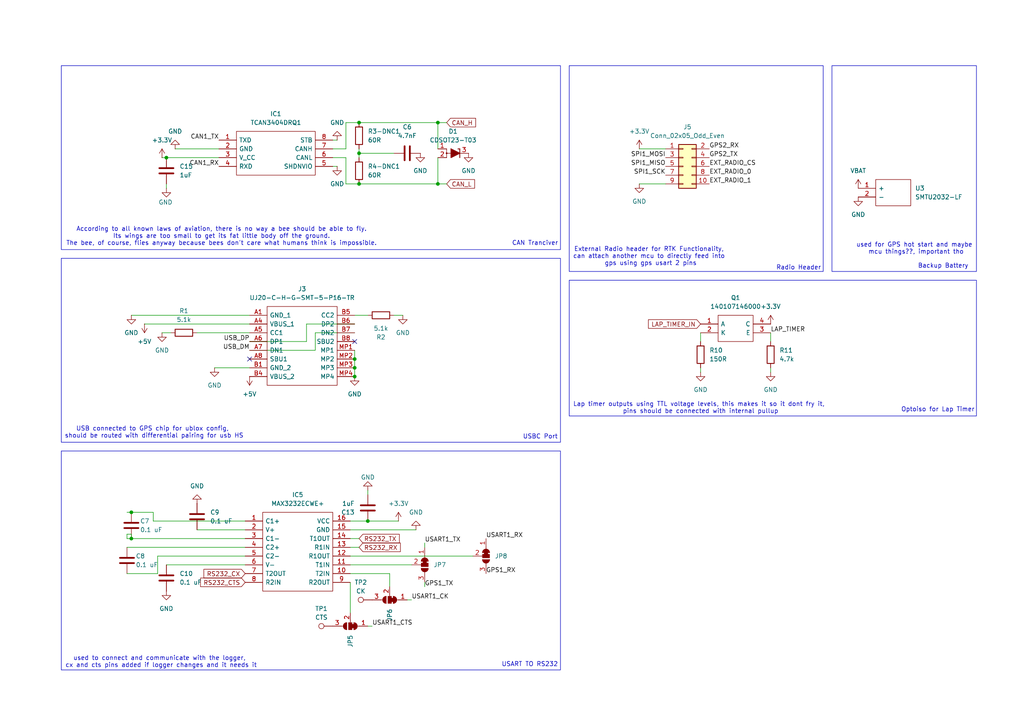
<source format=kicad_sch>
(kicad_sch (version 20250114) (generator "eeschema") (generator_version "9.0")
  (paper "A4")
  (title_block (title "EXT Pheripheral chips + LDO") (rev "1.0") (company "Sheet - Alex. L") (comment 1 "GPS Team 25-26 Annabel Owen, Arthur Braga, Lewis Grout, Alex Loshkarjov"))
  (lib_symbols
    (symbol "140107146000:140107146000" (pin_names (offset 0.762))
      (property "Reference" "Q" (at 16.51 7.62 0))
      (property "Value" "140107146000" (at 16.51 5.08 0))
      (symbol "140107146000_0_0"
        (pin passive line (at 0 0 0) (length 5.08) (name "A") (number "1"))
        (pin passive line (at 0 -2.54 0) (length 5.08) (name "K") (number "2"))
        (pin passive line (at 20.32 0 180) (length 5.08) (name "C") (number "4"))
        (pin passive line (at 20.32 -2.54 180) (length 5.08) (name "E") (number "3"))
      )
      (symbol "140107146000_0_1"
        (polyline (pts (xy 5.08 2.54) (xy 15.24 2.54) (xy 15.24 -5.08) (xy 5.08 -5.08) (xy 5.08 2.54)) (stroke (width 0.1524)))
      )
    )
    (symbol "Connector:TestPoint" (pin_numbers (hide yes)) (pin_names (offset 0.762) (hide yes))
      (property "Reference" "TP" (at 0 6.858 0))
      (property "Value" "TestPoint" (at 0 5.08 0))
      (symbol "TestPoint_0_1"
        (circle (center 0 3.302) (radius 0.762))
      )
      (symbol "TestPoint_1_1"
        (pin passive line (at 0 0 90) (length 2.54) (name "1") (number "1"))
      )
    )
    (symbol "Connector_Generic:Conn_02x05_Odd_Even" (pin_names (offset 1.016) (hide yes))
      (property "Reference" "J" (at 1.27 7.62 0))
      (property "Value" "Conn_02x05_Odd_Even" (at 1.27 -7.62 0))
      (symbol "Conn_02x05_Odd_Even_1_1"
        (rectangle (start -1.27 6.35) (end 3.81 -6.35) (stroke (width 0.254)) (fill (type background)))
        (rectangle (start -1.27 5.207) (end 0 4.953) (stroke (width 0.1524)))
        (rectangle (start -1.27 2.667) (end 0 2.413) (stroke (width 0.1524)))
        (rectangle (start -1.27 0.127) (end 0 -0.127) (stroke (width 0.1524)))
        (rectangle (start -1.27 -2.413) (end 0 -2.667) (stroke (width 0.1524)))
        (rectangle (start -1.27 -4.953) (end 0 -5.207) (stroke (width 0.1524)))
        (rectangle (start 3.81 5.207) (end 2.54 4.953) (stroke (width 0.1524)))
        (rectangle (start 3.81 2.667) (end 2.54 2.413) (stroke (width 0.1524)))
        (rectangle (start 3.81 0.127) (end 2.54 -0.127) (stroke (width 0.1524)))
        (rectangle (start 3.81 -2.413) (end 2.54 -2.667) (stroke (width 0.1524)))
        (rectangle (start 3.81 -4.953) (end 2.54 -5.207) (stroke (width 0.1524)))
        (pin passive line (at -5.08 5.08 0) (length 3.81) (name "Pin_1") (number "1"))
        (pin passive line (at -5.08 2.54 0) (length 3.81) (name "Pin_3") (number "3"))
        (pin passive line (at -5.08 0 0) (length 3.81) (name "Pin_5") (number "5"))
        (pin passive line (at -5.08 -2.54 0) (length 3.81) (name "Pin_7") (number "7"))
        (pin passive line (at -5.08 -5.08 0) (length 3.81) (name "Pin_9") (number "9"))
        (pin passive line (at 7.62 5.08 180) (length 3.81) (name "Pin_2") (number "2"))
        (pin passive line (at 7.62 2.54 180) (length 3.81) (name "Pin_4") (number "4"))
        (pin passive line (at 7.62 0 180) (length 3.81) (name "Pin_6") (number "6"))
        (pin passive line (at 7.62 -2.54 180) (length 3.81) (name "Pin_8") (number "8"))
        (pin passive line (at 7.62 -5.08 180) (length 3.81) (name "Pin_10") (number "10"))
      )
    )
    (symbol "Device:R" (pin_numbers (hide yes)) (pin_names (offset 0))
      (property "Reference" "R" (at 2.032 0 90))
      (property "Value" "R" (at 0 0 90))
      (symbol "R_0_1"
        (rectangle (start -1.016 -2.54) (end 1.016 2.54) (stroke (width 0.254)))
      )
      (symbol "R_1_1"
        (pin passive line (at 0 3.81 270) (length 1.27) (name "~") (number "1"))
        (pin passive line (at 0 -3.81 90) (length 1.27) (name "~") (number "2"))
      )
    )
    (symbol "Jumper:SolderJumper_3_Bridged12" (pin_names (offset 0) (hide yes)) (in_bom no)
      (property "Reference" "JP" (at -2.54 -2.54 0))
      (property "Value" "SolderJumper_3_Bridged12" (at 0 2.794 0))
      (symbol "SolderJumper_3_Bridged12_0_1"
        (polyline (pts (xy -2.54 0) (xy -2.032 0)))
        (polyline (pts (xy -1.016 1.016) (xy -1.016 -1.016)))
        (rectangle (start -1.016 0.508) (end -0.508 -0.508) (fill (type outline)))
        (arc (start -1.016 -1.016) (mid -2.0276 0) (end -1.016 1.016))
        (arc (start -1.016 -1.016) (mid -2.0276 0) (end -1.016 1.016) (fill (type outline)))
        (rectangle (start -0.508 1.016) (end 0.508 -1.016) (fill (type outline)))
        (polyline (pts (xy 0 -1.27) (xy 0 -1.016)))
        (arc (start 1.016 1.016) (mid 2.0276 0) (end 1.016 -1.016))
        (arc (start 1.016 1.016) (mid 2.0276 0) (end 1.016 -1.016) (fill (type outline)))
        (polyline (pts (xy 1.016 1.016) (xy 1.016 -1.016)))
        (polyline (pts (xy 2.54 0) (xy 2.032 0)))
      )
      (symbol "SolderJumper_3_Bridged12_1_1"
        (pin passive line (at -5.08 0 0) (length 2.54) (name "A") (number "1"))
        (pin passive line (at 0 -3.81 90) (length 2.54) (name "C") (number "2"))
        (pin passive line (at 5.08 0 180) (length 2.54) (name "B") (number "3"))
      )
    )
    (symbol "MAX3232ECWE+:MAX3232ECWE+" (pin_names (offset 0.762))
      (property "Reference" "IC" (at 26.67 7.62 0))
      (property "Value" "MAX3232ECWE+" (at 26.67 5.08 0))
      (symbol "MAX3232ECWE+_0_0"
        (pin passive line (at 0 0 0) (length 5.08) (name "C1+") (number "1"))
        (pin passive line (at 0 -2.54 0) (length 5.08) (name "V+") (number "2"))
        (pin passive line (at 0 -5.08 0) (length 5.08) (name "C1-") (number "3"))
        (pin passive line (at 0 -7.62 0) (length 5.08) (name "C2+") (number "4"))
        (pin passive line (at 0 -10.16 0) (length 5.08) (name "C2-") (number "5"))
        (pin passive line (at 0 -12.7 0) (length 5.08) (name "V-") (number "6"))
        (pin passive line (at 0 -15.24 0) (length 5.08) (name "T2OUT") (number "7"))
        (pin passive line (at 0 -17.78 0) (length 5.08) (name "R2IN") (number "8"))
        (pin passive line (at 30.48 0 180) (length 5.08) (name "VCC") (number "16"))
        (pin passive line (at 30.48 -2.54 180) (length 5.08) (name "GND") (number "15"))
        (pin passive line (at 30.48 -5.08 180) (length 5.08) (name "T1OUT") (number "14"))
        (pin passive line (at 30.48 -7.62 180) (length 5.08) (name "R1IN") (number "13"))
        (pin passive line (at 30.48 -10.16 180) (length 5.08) (name "R1OUT") (number "12"))
        (pin passive line (at 30.48 -12.7 180) (length 5.08) (name "T1IN") (number "11"))
        (pin passive line (at 30.48 -15.24 180) (length 5.08) (name "T2IN") (number "10"))
        (pin passive line (at 30.48 -17.78 180) (length 5.08) (name "R2OUT") (number "9"))
      )
      (symbol "MAX3232ECWE+_0_1"
        (polyline (pts (xy 5.08 2.54) (xy 25.4 2.54) (xy 25.4 -20.32) (xy 5.08 -20.32) (xy 5.08 2.54)) (stroke (width 0.1524)))
      )
    )
    (symbol "PCM_Capacitor_US_AKL:C_Generic" (pin_numbers (hide yes)) (pin_names (offset 0.254))
      (property "Reference" "C" (at 3.175 1.27 0))
      (property "Value" "C_Generic" (at 3.175 -1.27 0))
      (symbol "C_Generic_0_1"
        (polyline (pts (xy -2.032 0.762) (xy 2.032 0.762)) (stroke (width 0.508)))
        (polyline (pts (xy -2.032 -0.762) (xy 2.032 -0.762)) (stroke (width 0.508)))
      )
      (symbol "C_Generic_0_2"
        (polyline (pts (xy -2.54 -2.54) (xy -0.381 -0.381)))
        (polyline (pts (xy -0.508 -0.508) (xy -1.651 0.635)) (stroke (width 0.508)))
        (polyline (pts (xy -0.508 -0.508) (xy 0.635 -1.651)) (stroke (width 0.508)))
        (polyline (pts (xy 0.381 0.381) (xy 2.54 2.54)))
        (polyline (pts (xy 0.508 0.508) (xy -0.635 1.651)) (stroke (width 0.508)))
        (polyline (pts (xy 0.508 0.508) (xy 1.651 -0.635)) (stroke (width 0.508)))
      )
      (symbol "C_Generic_1_1"
        (pin passive line (at 0 3.81 270) (length 2.794) (name "~") (number "1"))
        (pin passive line (at 0 -3.81 90) (length 2.794) (name "~") (number "2"))
      )
      (symbol "C_Generic_1_2"
        (pin passive line (at -2.54 -2.54 90) (length 0) (name "~") (number "2"))
        (pin passive line (at 2.54 2.54 270) (length 0) (name "~") (number "1"))
      )
    )
    (symbol "PCM_Diode_TVS_AKL:CDSOT23-T03" (pin_names (offset 1.016) (hide yes))
      (property "Reference" "D" (at 0 6.35 0))
      (property "Value" "CDSOT23-T03" (at 0 3.81 0))
      (symbol "CDSOT23-T03_0_1"
        (circle (center -2.54 0) (radius 0.1778) (fill (type outline)))
        (polyline (pts (xy -2.54 -1.27) (xy -2.54 1.27)))
        (polyline (pts (xy -1.27 1.27) (xy -1.27 -1.27) (xy 1.27 0) (xy -1.27 1.27)) (stroke (width 0.254)) (fill (type outline)))
        (polyline (pts (xy -1.27 0) (xy -2.54 0)))
        (polyline (pts (xy -1.27 0) (xy 1.27 0)))
        (polyline (pts (xy 1.27 1.27) (xy 0.762 1.27)) (stroke (width 0.254)))
        (polyline (pts (xy 1.27 -1.27) (xy 1.27 1.27)) (stroke (width 0.254)))
      )
      (symbol "CDSOT23-T03_1_1"
        (pin passive line (at -5.08 1.27 0) (length 2.54) (name "A") (number "1"))
        (pin passive line (at -5.08 -1.27 0) (length 2.54) (name "A") (number "2"))
        (pin passive line (at 3.81 0 180) (length 2.54) (name "K") (number "3"))
      )
    )
    (symbol "SMTU2032-LF:SMTU2032-LF" (pin_names (offset 0.762))
      (property "Reference" "U" (at 16.51 7.62 0))
      (property "Value" "SMTU2032-LF" (at 16.51 5.08 0))
      (symbol "SMTU2032-LF_0_0"
        (pin passive line (at 0 0 0) (length 5.08) (name "+") (number "1"))
        (pin passive line (at 0 -2.54 0) (length 5.08) (name "-") (number "2"))
      )
      (symbol "SMTU2032-LF_0_1"
        (polyline (pts (xy 5.08 2.54) (xy 15.24 2.54) (xy 15.24 -5.08) (xy 5.08 -5.08) (xy 5.08 2.54)) (stroke (width 0.1524)))
      )
    )
    (symbol "TCAN3404DRQ1:TCAN3404DRQ1" (pin_names (offset 0.762))
      (property "Reference" "IC" (at 29.21 7.62 0))
      (property "Value" "TCAN3404DRQ1" (at 29.21 5.08 0))
      (symbol "TCAN3404DRQ1_0_0"
        (pin passive line (at 0 0 0) (length 5.08) (name "TXD") (number "1"))
        (pin passive line (at 0 -2.54 0) (length 5.08) (name "GND") (number "2"))
        (pin passive line (at 0 -5.08 0) (length 5.08) (name "V_CC") (number "3"))
        (pin passive line (at 0 -7.62 0) (length 5.08) (name "RXD") (number "4"))
        (pin passive line (at 33.02 0 180) (length 5.08) (name "STB") (number "8"))
        (pin passive line (at 33.02 -2.54 180) (length 5.08) (name "CANH") (number "7"))
        (pin passive line (at 33.02 -5.08 180) (length 5.08) (name "CANL") (number "6"))
        (pin passive line (at 33.02 -7.62 180) (length 5.08) (name "SHDNVIO") (number "5"))
      )
      (symbol "TCAN3404DRQ1_0_1"
        (polyline (pts (xy 5.08 2.54) (xy 27.94 2.54) (xy 27.94 -10.16) (xy 5.08 -10.16) (xy 5.08 2.54)) (stroke (width 0.1524)))
      )
    )
    (symbol "UJ20-C-H-G-SMT-5-P16-TR:UJ20-C-H-G-SMT-5-P16-TR" (pin_names (offset 0.762))
      (property "Reference" "J" (at 26.67 7.62 0))
      (property "Value" "UJ20-C-H-G-SMT-5-P16-TR" (at 26.67 5.08 0))
      (symbol "UJ20-C-H-G-SMT-5-P16-TR_0_0"
        (pin passive line (at 0 0 0) (length 5.08) (name "GND_1") (number "A1"))
        (pin passive line (at 0 -2.54 0) (length 5.08) (name "VBUS_1") (number "A4"))
        (pin passive line (at 0 -5.08 0) (length 5.08) (name "CC1") (number "A5"))
        (pin passive line (at 0 -7.62 0) (length 5.08) (name "DP1") (number "A6"))
        (pin passive line (at 0 -10.16 0) (length 5.08) (name "DN1") (number "A7"))
        (pin passive line (at 0 -12.7 0) (length 5.08) (name "SBU1") (number "A8"))
        (pin passive line (at 0 -15.24 0) (length 5.08) (name "GND_2") (number "B1"))
        (pin passive line (at 0 -17.78 0) (length 5.08) (name "VBUS_2") (number "B4"))
        (pin passive line (at 30.48 0 180) (length 5.08) (name "CC2") (number "B5"))
        (pin passive line (at 30.48 -2.54 180) (length 5.08) (name "DP2") (number "B6"))
        (pin passive line (at 30.48 -5.08 180) (length 5.08) (name "DN2") (number "B7"))
        (pin passive line (at 30.48 -7.62 180) (length 5.08) (name "SBU2") (number "B8"))
        (pin passive line (at 30.48 -10.16 180) (length 5.08) (name "MP1") (number "MP1"))
        (pin passive line (at 30.48 -12.7 180) (length 5.08) (name "MP2") (number "MP2"))
        (pin passive line (at 30.48 -15.24 180) (length 5.08) (name "MP3") (number "MP3"))
        (pin passive line (at 30.48 -17.78 180) (length 5.08) (name "MP4") (number "MP4"))
      )
      (symbol "UJ20-C-H-G-SMT-5-P16-TR_0_1"
        (polyline (pts (xy 5.08 2.54) (xy 25.4 2.54) (xy 25.4 -20.32) (xy 5.08 -20.32) (xy 5.08 2.54)) (stroke (width 0.1524)))
      )
    )
    (symbol "power:+3.3V" (power) (pin_numbers (hide yes)) (pin_names (offset 0) (hide yes))
      (property "Value" "+3.3V" (at 0 3.556 0))
      (symbol "+3.3V_0_1"
        (polyline (pts (xy -0.762 1.27) (xy 0 2.54)))
        (polyline (pts (xy 0 2.54) (xy 0.762 1.27)))
        (polyline (pts (xy 0 0) (xy 0 2.54)))
      )
      (symbol "+3.3V_1_1"
        (pin power_in line (at 0 0 90) (length 0) (name "~") (number "1"))
      )
    )
    (symbol "power:+5V" (power) (pin_numbers (hide yes)) (pin_names (offset 0) (hide yes))
      (property "Value" "+5V" (at 0 3.556 0))
      (symbol "+5V_0_1"
        (polyline (pts (xy -0.762 1.27) (xy 0 2.54)))
        (polyline (pts (xy 0 2.54) (xy 0.762 1.27)))
        (polyline (pts (xy 0 0) (xy 0 2.54)))
      )
      (symbol "+5V_1_1"
        (pin power_in line (at 0 0 90) (length 0) (name "~") (number "1"))
      )
    )
    (symbol "power:GND" (power) (pin_numbers (hide yes)) (pin_names (offset 0) (hide yes))
      (property "Value" "GND" (at 0 -3.81 0))
      (symbol "GND_0_1"
        (polyline (pts (xy 0 0) (xy 0 -1.27) (xy 1.27 -1.27) (xy 0 -2.54) (xy -1.27 -1.27) (xy 0 -1.27)))
      )
      (symbol "GND_1_1"
        (pin power_in line (at 0 0 270) (length 0) (name "~") (number "1"))
      )
    )
    (symbol "power:VAA" (power) (pin_numbers (hide yes)) (pin_names (offset 0) (hide yes))
      (property "Value" "VAA" (at 0 3.556 0))
      (symbol "VAA_0_1"
        (polyline (pts (xy -0.762 1.27) (xy 0 2.54)))
        (polyline (pts (xy 0 2.54) (xy 0.762 1.27)))
        (polyline (pts (xy 0 0) (xy 0 2.54)))
      )
      (symbol "VAA_1_1"
        (pin power_in line (at 0 0 90) (length 0) (name "~") (number "1"))
      )
    )
  )
  (rectangle (start 165.1 19.05) (end 238.76 78.74))
  (rectangle (start 17.78 130.81) (end 162.56 194.31))
  (rectangle (start 17.78 74.93) (end 162.56 128.27))
  (rectangle (start 165.1 81.28) (end 283.21 120.65))
  (rectangle (start 17.78 19.05) (end 162.56 72.39))
  (rectangle (start 241.3 19.05) (end 283.21 78.74))
  (text "External Radio header for RTK Functionality, \ncan attach another mcu to directly feed into \ngps using gps usart 2 pins" (at 188.722 74.422 0) (effects (font (size 1.27 1.27))))
  (text "Radio Header\n" (at 231.648 77.724 0) (effects (font (size 1.27 1.27))))
  (text "Optoiso for Lap Timer" (at 272.034 118.872 0) (effects (font (size 1.27 1.27))))
  (text "Backup Battery" (at 273.558 77.216 0) (effects (font (size 1.27 1.27))))
  (text "According to all known laws of aviation, there is no way a bee should be able to fly.\nIts wings are too small to get its fat little body off the ground.\nThe bee, of course, flies anyway because bees don't care what humans think is impossible." (at 64.262 68.58 0) (effects (font (size 1.27 1.27))))
  (text "USART TO RS232" (at 153.67 192.786 0) (effects (font (size 1.27 1.27))))
  (text "USB connected to GPS chip for ublox config, \nshould be routed with differential pairing for usb HS" (at 44.704 125.476 0) (effects (font (size 1.27 1.27))))
  (text "used to connect and communicate with the logger, \ncx and cts pins added if logger changes and it needs it" (at 46.736 192.024 0) (effects (font (size 1.27 1.27))))
  (text "CAN Tranciver" (at 155.194 70.612 0) (effects (font (size 1.27 1.27))))
  (text "USBC Port\n" (at 156.718 126.746 0) (effects (font (size 1.27 1.27))))
  (text "used for GPS hot start and maybe \nmcu things??, important tho\n" (at 265.684 72.136 0) (effects (font (size 1.27 1.27))))
  (text "Lap timer outputs using TTL voltage levels, this makes it so it dont fry it, \npins should be connected with internal pullup\n" (at 203.2 118.364 0) (effects (font (size 1.27 1.27))))
  (junction (at 102.87 104.14))
  (junction (at 48.26 45.72))
  (junction (at 102.87 109.22))
  (junction (at 38.1 148.59))
  (junction (at 102.87 106.68))
  (junction (at 104.14 53.34))
  (junction (at 104.14 35.56))
  (junction (at 38.1 156.21))
  (junction (at 127 53.34))
  (junction (at 104.14 44.45))
  (junction (at 106.68 151.13))
  (junction (at 127 35.56))
  (no_connect (at 102.87 99.06))
  (no_connect (at 72.39 104.14))
  (wire (pts (xy 101.6 168.91) (xy 101.6 177.8)))
  (wire (pts (xy 127 53.34) (xy 127 45.72)))
  (wire (pts (xy 104.14 156.21) (xy 101.6 156.21)))
  (wire (pts (xy 36.83 158.75) (xy 71.12 158.75)))
  (wire (pts (xy 62.23 106.68) (xy 72.39 106.68)))
  (wire (pts (xy 71.12 161.29) (xy 45.72 161.29)))
  (wire (pts (xy 97.79 48.26) (xy 96.52 48.26)))
  (wire (pts (xy 100.33 45.72) (xy 96.52 45.72)))
  (wire (pts (xy 96.52 43.18) (xy 100.33 43.18)))
  (wire (pts (xy 223.52 99.06) (xy 223.52 96.52)))
  (wire (pts (xy 41.91 93.98) (xy 72.39 93.98)))
  (wire (pts (xy 104.14 44.45) (xy 104.14 43.18)))
  (wire (pts (xy 104.14 44.45) (xy 104.14 45.72)))
  (wire (pts (xy 114.3 44.45) (xy 104.14 44.45)))
  (wire (pts (xy 91.44 101.6) (xy 91.44 96.52)))
  (wire (pts (xy 102.87 106.68) (xy 102.87 109.22)))
  (wire (pts (xy 100.33 35.56) (xy 104.14 35.56)))
  (wire (pts (xy 223.52 107.95) (xy 223.52 106.68)))
  (wire (pts (xy 123.19 157.48) (xy 123.19 158.75)))
  (wire (pts (xy 129.54 53.34) (xy 127 53.34)))
  (wire (pts (xy 46.99 45.72) (xy 48.26 45.72)))
  (wire (pts (xy 45.72 166.37) (xy 36.83 166.37)))
  (wire (pts (xy 48.26 45.72) (xy 63.5 45.72)))
  (wire (pts (xy 101.6 161.29) (xy 137.16 161.29)))
  (wire (pts (xy 57.15 153.67) (xy 71.12 153.67)))
  (wire (pts (xy 101.6 163.83) (xy 119.38 163.83)))
  (wire (pts (xy 100.33 53.34) (xy 100.33 45.72)))
  (wire (pts (xy 48.26 163.83) (xy 71.12 163.83)))
  (wire (pts (xy 72.39 101.6) (xy 91.44 101.6)))
  (wire (pts (xy 38.1 148.59) (xy 44.45 148.59)))
  (wire (pts (xy 97.79 40.64) (xy 96.52 40.64)))
  (wire (pts (xy 88.9 93.98) (xy 88.9 99.06)))
  (wire (pts (xy 123.19 170.18) (xy 123.19 168.91)))
  (wire (pts (xy 106.68 91.44) (xy 102.87 91.44)))
  (wire (pts (xy 185.42 53.34) (xy 193.04 53.34)))
  (wire (pts (xy 36.83 156.21) (xy 38.1 156.21)))
  (wire (pts (xy 104.14 53.34) (xy 100.33 53.34)))
  (wire (pts (xy 36.83 154.94) (xy 38.1 154.94)))
  (wire (pts (xy 113.03 166.37) (xy 101.6 166.37)))
  (wire (pts (xy 127 35.56) (xy 129.54 35.56)))
  (wire (pts (xy 102.87 101.6) (xy 102.87 104.14)))
  (wire (pts (xy 120.65 153.67) (xy 101.6 153.67)))
  (wire (pts (xy 38.1 154.94) (xy 38.1 156.21)))
  (wire (pts (xy 44.45 151.13) (xy 71.12 151.13)))
  (wire (pts (xy 100.33 43.18) (xy 100.33 35.56)))
  (wire (pts (xy 46.99 96.52) (xy 49.53 96.52)))
  (wire (pts (xy 102.87 93.98) (xy 88.9 93.98)))
  (wire (pts (xy 102.87 104.14) (xy 102.87 106.68)))
  (wire (pts (xy 101.6 151.13) (xy 106.68 151.13)))
  (wire (pts (xy 119.38 173.99) (xy 118.11 173.99)))
  (wire (pts (xy 45.72 161.29) (xy 45.72 166.37)))
  (wire (pts (xy 36.83 156.21) (xy 36.83 154.94)))
  (wire (pts (xy 107.95 181.61) (xy 106.68 181.61)))
  (wire (pts (xy 116.84 91.44) (xy 114.3 91.44)))
  (wire (pts (xy 106.68 151.13) (xy 115.57 151.13)))
  (wire (pts (xy 203.2 107.95) (xy 203.2 106.68)))
  (wire (pts (xy 113.03 170.18) (xy 113.03 166.37)))
  (wire (pts (xy 44.45 148.59) (xy 44.45 151.13)))
  (wire (pts (xy 50.8 43.18) (xy 63.5 43.18)))
  (wire (pts (xy 104.14 158.75) (xy 101.6 158.75)))
  (wire (pts (xy 36.83 148.59) (xy 38.1 148.59)))
  (wire (pts (xy 127 35.56) (xy 104.14 35.56)))
  (wire (pts (xy 57.15 96.52) (xy 72.39 96.52)))
  (wire (pts (xy 127 35.56) (xy 127 43.18)))
  (wire (pts (xy 203.2 99.06) (xy 203.2 96.52)))
  (wire (pts (xy 127 53.34) (xy 104.14 53.34)))
  (wire (pts (xy 88.9 99.06) (xy 72.39 99.06)))
  (wire (pts (xy 185.42 43.18) (xy 193.04 43.18)))
  (wire (pts (xy 48.26 54.61) (xy 48.26 53.34)))
  (wire (pts (xy 38.1 91.44) (xy 72.39 91.44)))
  (wire (pts (xy 91.44 96.52) (xy 102.87 96.52)))
  (wire (pts (xy 106.68 142.24) (xy 106.68 143.51)))
  (wire (pts (xy 38.1 156.21) (xy 71.12 156.21)))
  (label "SPI1_MISO" (at 193.04 48.26 180))
  (label "GPS2_RX" (at 205.74 43.18 0))
  (label "LAP_TIMER" (at 223.52 96.52 0))
  (label "GPS1_RX" (at 140.97 166.37 0))
  (label "USB_DM" (at 72.39 101.6 180))
  (label "EXT_RADIO_0" (at 205.74 50.8 0))
  (label "USART1_TX" (at 123.19 157.48 0))
  (label "EXT_RADIO_1" (at 205.74 53.34 0))
  (label "USB_DP" (at 72.39 99.06 180))
  (label "USART1_CTS" (at 107.95 181.61 0))
  (label "USART1_RX" (at 140.97 156.21 0))
  (label "SPI1_MOSI" (at 193.04 45.72 180))
  (label "EXT_RADIO_CS" (at 205.74 48.26 0))
  (label "USART1_CK" (at 119.38 173.99 0))
  (label "GPS2_TX" (at 205.74 45.72 0))
  (label "CAN1_RX" (at 63.5 48.26 180))
  (label "GPS1_TX" (at 123.19 170.18 0))
  (label "SPI1_SCK" (at 193.04 50.8 180))
  (label "CAN1_TX" (at 63.5 40.64 180))
  (global_label "CAN_H" (shape input) (at 129.54 35.56 0) (property "Intersheetrefs" "${INTERSHEET_REFS}" (effects (hide yes))))
  (global_label "LAP_TIMER_IN" (shape input) (at 203.2 93.98 180) (property "Intersheetrefs" "${INTERSHEET_REFS}" (effects (hide yes))))
  (global_label "RS232_RX" (shape input) (at 104.14 158.75 0) (property "Intersheetrefs" "${INTERSHEET_REFS}" (effects (hide yes))))
  (global_label "RS232_TX" (shape input) (at 104.14 156.21 0) (property "Intersheetrefs" "${INTERSHEET_REFS}" (effects (hide yes))))
  (global_label "CAN_L" (shape input) (at 129.54 53.34 0) (property "Intersheetrefs" "${INTERSHEET_REFS}" (effects (hide yes))))
  (global_label "RS232_CX" (shape input) (at 71.12 166.37 180) (property "Intersheetrefs" "${INTERSHEET_REFS}" (effects (hide yes))))
  (global_label "RS232_CTS" (shape input) (at 71.12 168.91 180) (property "Intersheetrefs" "${INTERSHEET_REFS}" (effects (hide yes))))
  (symbol (lib_id "Device:R") (at 104.14 49.53 0) (unit 1)
    (property "Reference" "R4-DNC1" (at 106.68 48.2599 0) (effects (justify left)))
    (property "Value" "60R" (at 106.68 50.7999 0) (effects (justify left)))
    (property "Footprint" "PCM_Resistor_SMD_AKL:R_0805_2012Metric" (effects (hide yes)))
    (property "Description" "Resistor" (effects (hide yes)))
  )
  (symbol (lib_id "PCM_Capacitor_US_AKL:C_Generic") (at 106.68 147.32 180) (unit 1)
    (property "Reference" "C13" (at 102.87 148.5901 0) (effects (justify left)))
    (property "Value" "1uF" (at 102.87 146.0501 0) (effects (justify left)))
    (property "Footprint" "Capacitor_SMD:C_0805_2012Metric" (effects (hide yes)))
    (property "Description" "Unpolarized capacitor, Generic Symbol, Alternate KiCad Library" (effects (hide yes)))
  )
  (symbol (lib_id "TCAN3404DRQ1:TCAN3404DRQ1") (at 63.5 40.64 0) (unit 1)
    (property "Reference" "IC1" (at 80.01 33.02 0))
    (property "Value" "TCAN3404DRQ1" (at 80.01 35.56 0))
    (property "Footprint" "Sufst_GPS:SOIC127P600X175-8N" (effects (hide yes)))
    (property "Datasheet" "https://www.ti.com/lit/ds/symlink/tcan3404-q1.pdf?ts=1728276225512&ref_url=https%253A%252F%252Fwww.mouser.in%252F" (effects (hide yes)))
    (property "Description" "CAN Interface IC Automotive 3.3V CAN flexible-data-rate (FD) transceiver with shutdown and standby mode 8-SOIC -40 to 150" (effects (hide yes)))
    (property "Description_1" "CAN Interface IC Automotive 3.3V CAN flexible-data-rate (FD) transceiver with shutdown and standby mode 8-SOIC -40 to 150" (effects (hide yes)))
    (property "Height" "1.75" (effects (hide yes)))
    (property "Mouser Part Number" "595-TCAN3404DRQ1" (effects (hide yes)))
    (property "Mouser Price/Stock" "https://www.mouser.co.uk/ProductDetail/Texas-Instruments/TCAN3404DRQ1?qs=VVKQmw408U%252B21737r85FWg%3D%3D" (effects (hide yes)))
    (property "Manufacturer_Name" "Texas Instruments" (effects (hide yes)))
    (property "Manufacturer_Part_Number" "TCAN3404DRQ1" (effects (hide yes)))
  )
  (symbol (lib_id "power:GND") (at 62.23 106.68 0) (unit 1)
    (property "Reference" "#PWR013" (effects (hide yes)))
    (property "Value" "GND" (at 62.23 111.76 0))
    (property "Description" "Power symbol creates a global label with name \"GND\" , ground" (effects (hide yes)))
  )
  (symbol (lib_id "power:+3.3V") (at 115.57 151.13 0) (unit 1)
    (property "Reference" "#PWR032" (effects (hide yes)))
    (property "Value" "+3.3V" (at 115.57 146.05 0))
    (property "Description" "Power symbol creates a global label with name \"+3.3V\"" (effects (hide yes)))
  )
  (symbol (lib_id "power:GND") (at 48.26 54.61 0) (unit 1)
    (property "Reference" "#PWR045" (effects (hide yes)))
    (property "Value" "GND" (at 48.006 58.674 0))
    (property "Description" "Power symbol creates a global label with name \"GND\" , ground" (effects (hide yes)))
  )
  (symbol (lib_id "Connector:TestPoint") (at 96.52 181.61 90) (unit 1)
    (property "Reference" "TP1" (at 93.218 176.53 90))
    (property "Value" "CTS" (at 93.218 179.07 90))
    (property "Footprint" "TestPoint:TestPoint_Pad_D1.0mm" (effects (hide yes)))
    (property "Description" "test point" (effects (hide yes)))
  )
  (symbol (lib_id "Connector_Generic:Conn_02x05_Odd_Even") (at 198.12 48.26 0) (unit 1)
    (property "Reference" "J5" (at 199.39 36.83 0))
    (property "Value" "Conn_02x05_Odd_Even" (at 199.39 39.37 0))
    (property "Description" "Generic connector, double row, 02x05, odd/even pin numbering scheme (row 1 odd numbers, row 2 even numbers), script generated (kicad-library-utils/schlib/autogen/connector/)" (effects (hide yes)))
  )
  (symbol (lib_id "power:GND") (at 185.42 53.34 0) (unit 1)
    (property "Reference" "#PWR092" (effects (hide yes)))
    (property "Value" "GND" (at 185.42 58.42 0))
    (property "Description" "Power symbol creates a global label with name \"GND\" , ground" (effects (hide yes)))
  )
  (symbol (lib_id "SMTU2032-LF:SMTU2032-LF") (at 248.92 54.61 0) (unit 1)
    (property "Reference" "U3" (at 265.43 54.6099 0) (effects (justify left)))
    (property "Value" "SMTU2032-LF" (at 265.43 57.1499 0) (effects (justify left)))
    (property "Footprint" "Sufst_GPS:SMTU2032LF" (effects (hide yes)))
    (property "Datasheet" "https://componentsearchengine.com/Datasheets/1/SMTU2032-LF.pdf" (effects (hide yes)))
    (property "Description" "Coin Cell Battery Holders SFC MNT FOR CR2032" (effects (hide yes)))
    (property "Description_1" "Coin Cell Battery Holders SFC MNT FOR CR2032" (effects (hide yes)))
    (property "Height" "5" (effects (hide yes)))
    (property "Mouser Part Number" "614-SMTU2032-LF" (effects (hide yes)))
    (property "Mouser Price/Stock" "https://www.mouser.co.uk/ProductDetail/Renata/SMTU2032-LF?qs=r1PAtlylphCLeXbokB9Tog%3D%3D" (effects (hide yes)))
    (property "Manufacturer_Name" "RENATA" (effects (hide yes)))
    (property "Manufacturer_Part_Number" "SMTU2032-LF" (effects (hide yes)))
  )
  (symbol (lib_id "PCM_Diode_TVS_AKL:CDSOT23-T03") (at 132.08 44.45 0) (unit 1)
    (property "Reference" "D1" (at 131.4196 38.1 0))
    (property "Value" "CDSOT23-T03" (at 131.4196 40.64 0))
    (property "Footprint" "PCM_Package_TO_SOT_SMD_AKL:SOT-23" (effects (hide yes)))
    (property "Datasheet" "https://www.tme.eu/Document/9764995c5718b6f3acd7a87073e47d0c/CDSOT23-T03_T36C.pdf" (effects (hide yes)))
    (property "Description" "SOT-23 Unidirectional TVS diode, 3.3V, 500W, Alternate KiCAD Library" (effects (hide yes)))
  )
  (symbol (lib_id "PCM_Capacitor_US_AKL:C_Generic") (at 57.15 149.86 0) (unit 1)
    (property "Reference" "C9" (at 60.96 148.5899 0) (effects (justify left)))
    (property "Value" "0.1 uF" (at 60.96 151.1299 0) (effects (justify left)))
    (property "Footprint" "Capacitor_SMD:C_0805_2012Metric" (effects (hide yes)))
    (property "Description" "Unpolarized capacitor, Generic Symbol, Alternate KiCad Library" (effects (hide yes)))
  )
  (symbol (lib_id "Device:R") (at 223.52 102.87 180) (unit 1)
    (property "Reference" "R11" (at 226.06 101.5999 0) (effects (justify right)))
    (property "Value" "4.7k" (at 226.06 104.1399 0) (effects (justify right)))
    (property "Footprint" "PCM_Resistor_SMD_AKL:R_0805_2012Metric" (effects (hide yes)))
    (property "Description" "Resistor" (effects (hide yes)))
  )
  (symbol (lib_id "power:GND") (at 97.79 48.26 0) (unit 1)
    (property "Reference" "#PWR017" (effects (hide yes)))
    (property "Value" "GND" (at 97.79 53.34 0))
    (property "Description" "Power symbol creates a global label with name \"GND\" , ground" (effects (hide yes)))
  )
  (symbol (lib_id "power:GND") (at 102.87 109.22 0) (unit 1)
    (property "Reference" "#PWR014" (effects (hide yes)))
    (property "Value" "GND" (at 102.87 114.3 0))
    (property "Description" "Power symbol creates a global label with name \"GND\" , ground" (effects (hide yes)))
  )
  (symbol (lib_id "power:VAA") (at 248.92 54.61 0) (unit 1)
    (property "Reference" "#PWR067" (effects (hide yes)))
    (property "Value" "VBAT" (at 248.92 49.53 0))
    (property "Description" "Power symbol creates a global label with name \"VAA\"" (effects (hide yes)))
  )
  (symbol (lib_id "power:+5V") (at 41.91 93.98 180) (unit 1)
    (property "Reference" "#PWR016" (effects (hide yes)))
    (property "Value" "+5V" (at 41.91 99.06 0))
    (property "Description" "Power symbol creates a global label with name \"+5V\"" (effects (hide yes)))
  )
  (symbol (lib_id "power:+3.3V") (at 46.99 45.72 0) (unit 1)
    (property "Reference" "#PWR019" (effects (hide yes)))
    (property "Value" "+3.3V" (at 46.99 40.64 0))
    (property "Description" "Power symbol creates a global label with name \"+3.3V\"" (effects (hide yes)))
  )
  (symbol (lib_id "Jumper:SolderJumper_3_Bridged12") (at 101.6 181.61 180) (unit 1) (in_bom no)
    (property "Reference" "JP5" (at 101.6001 184.15 90) (effects (justify left)))
    (property "Value" "SolderJumper_3_Bridged12" (effects (hide yes)))
    (property "Footprint" "Jumper:SolderJumper-3_P1.3mm_Bridged12_RoundedPad1.0x1.5mm" (effects (hide yes)))
    (property "Description" "3-pole Solder Jumper, pins 1+2 closed/bridged" (effects (hide yes)))
  )
  (symbol (lib_id "power:GND") (at 38.1 91.44 0) (unit 1)
    (property "Reference" "#PWR012" (effects (hide yes)))
    (property "Value" "GND" (at 38.1 96.52 0))
    (property "Description" "Power symbol creates a global label with name \"GND\" , ground" (effects (hide yes)))
  )
  (symbol (lib_id "Device:R") (at 203.2 102.87 0) (unit 1)
    (property "Reference" "R10" (at 205.74 101.5999 0) (effects (justify left)))
    (property "Value" "150R" (at 205.74 104.1399 0) (effects (justify left)))
    (property "Description" "Resistor" (effects (hide yes)))
  )
  (symbol (lib_id "power:GND") (at 46.99 96.52 0) (unit 1)
    (property "Reference" "#PWR010" (effects (hide yes)))
    (property "Value" "GND" (at 46.99 101.6 0))
    (property "Description" "Power symbol creates a global label with name \"GND\" , ground" (effects (hide yes)))
  )
  (symbol (lib_id "power:GND") (at 121.92 44.45 0) (unit 1)
    (property "Reference" "#PWR021" (effects (hide yes)))
    (property "Value" "GND" (at 121.92 49.53 0))
    (property "Description" "Power symbol creates a global label with name \"GND\" , ground" (effects (hide yes)))
  )
  (symbol (lib_id "power:GND") (at 97.79 40.64 180) (unit 1)
    (property "Reference" "#PWR018" (effects (hide yes)))
    (property "Value" "GND" (at 97.79 35.56 0))
    (property "Description" "Power symbol creates a global label with name \"GND\" , ground" (effects (hide yes)))
  )
  (symbol (lib_id "Connector:TestPoint") (at 107.95 173.99 90) (unit 1)
    (property "Reference" "TP2" (at 104.648 168.91 90))
    (property "Value" "CK" (at 104.648 171.45 90))
    (property "Footprint" "TestPoint:TestPoint_Pad_D1.0mm" (effects (hide yes)))
    (property "Description" "test point" (effects (hide yes)))
  )
  (symbol (lib_id "Jumper:SolderJumper_3_Bridged12") (at 113.03 173.99 180) (unit 1) (in_bom no)
    (property "Reference" "JP6" (at 113.0301 176.53 90) (effects (justify left)))
    (property "Value" "SolderJumper_3_Bridged12" (effects (hide yes)))
    (property "Footprint" "Jumper:SolderJumper-3_P1.3mm_Bridged12_RoundedPad1.0x1.5mm" (effects (hide yes)))
    (property "Description" "3-pole Solder Jumper, pins 1+2 closed/bridged" (effects (hide yes)))
  )
  (symbol (lib_id "power:+3.3V") (at 223.52 93.98 0) (unit 1)
    (property "Reference" "#PWR063" (effects (hide yes)))
    (property "Value" "+3.3V" (at 223.52 88.9 0))
    (property "Description" "Power symbol creates a global label with name \"+3.3V\"" (effects (hide yes)))
  )
  (symbol (lib_id "power:+5V") (at 72.39 109.22 180) (unit 1)
    (property "Reference" "#PWR015" (effects (hide yes)))
    (property "Value" "+5V" (at 72.39 114.3 0))
    (property "Description" "Power symbol creates a global label with name \"+5V\"" (effects (hide yes)))
  )
  (symbol (lib_id "power:GND") (at 120.65 153.67 180) (unit 1)
    (property "Reference" "#PWR031" (effects (hide yes)))
    (property "Value" "GND" (at 120.65 148.59 0))
    (property "Description" "Power symbol creates a global label with name \"GND\" , ground" (effects (hide yes)))
  )
  (symbol (lib_id "PCM_Capacitor_US_AKL:C_Generic") (at 38.1 152.4 0) (unit 1)
    (property "Reference" "C7" (at 40.64 151.1299 0) (effects (justify left)))
    (property "Value" "0.1 uF" (at 40.64 153.6699 0) (effects (justify left)))
    (property "Footprint" "Capacitor_SMD:C_0805_2012Metric" (effects (hide yes)))
    (property "Description" "Unpolarized capacitor, Generic Symbol, Alternate KiCad Library" (effects (hide yes)))
  )
  (symbol (lib_id "power:GND") (at 48.26 171.45 0) (unit 1)
    (property "Reference" "#PWR030" (effects (hide yes)))
    (property "Value" "GND" (at 48.26 176.53 0))
    (property "Description" "Power symbol creates a global label with name \"GND\" , ground" (effects (hide yes)))
  )
  (symbol (lib_id "PCM_Capacitor_US_AKL:C_Generic") (at 36.83 162.56 0) (unit 1)
    (property "Reference" "C8" (at 39.37 161.2899 0) (effects (justify left)))
    (property "Value" "0.1 uF" (at 39.37 163.8299 0) (effects (justify left)))
    (property "Footprint" "Capacitor_SMD:C_0805_2012Metric" (effects (hide yes)))
    (property "Description" "Unpolarized capacitor, Generic Symbol, Alternate KiCad Library" (effects (hide yes)))
  )
  (symbol (lib_id "Device:R") (at 104.14 39.37 0) (unit 1)
    (property "Reference" "R3-DNC1" (at 106.68 38.0999 0) (effects (justify left)))
    (property "Value" "60R" (at 106.68 40.6399 0) (effects (justify left)))
    (property "Footprint" "PCM_Resistor_SMD_AKL:R_0805_2012Metric" (effects (hide yes)))
    (property "Description" "Resistor" (effects (hide yes)))
  )
  (symbol (lib_id "140107146000:140107146000") (at 203.2 93.98 0) (unit 1)
    (property "Reference" "Q1" (at 213.36 86.36 0))
    (property "Value" "140107146000" (at 213.36 88.9 0))
    (property "Footprint" "140107146000" (effects (hide yes)))
    (property "Datasheet" "https://www.we-online.com/catalog/datasheet/140107146000.pdf" (effects (hide yes)))
    (property "Description" "WL-OCPT Optocoupler Phototransistor LSOP4 VCE=80V,VISO=5000VRMS" (effects (hide yes)))
    (property "Description_1" "WL-OCPT Optocoupler Phototransistor LSOP4 VCE=80V,VISO=5000VRMS" (effects (hide yes)))
    (property "Height" "2" (effects (hide yes)))
    (property "Mouser Part Number" "710-140107146000" (effects (hide yes)))
    (property "Mouser Price/Stock" "https://www.mouser.co.uk/ProductDetail/Wurth-Elektronik/140107146000?qs=81r%252BiQLm7BRODkwSeQxsWQ%3D%3D" (effects (hide yes)))
    (property "Manufacturer_Name" "Wurth Elektronik" (effects (hide yes)))
    (property "Manufacturer_Part_Number" "140107146000" (effects (hide yes)))
  )
  (symbol (lib_id "Jumper:SolderJumper_3_Bridged12") (at 123.19 163.83 270) (unit 1) (in_bom no)
    (property "Reference" "JP7" (at 125.73 163.8299 90) (effects (justify left)))
    (property "Value" "SolderJumper_3_Bridged12" (effects (hide yes)))
    (property "Footprint" "Jumper:SolderJumper-3_P1.3mm_Bridged12_RoundedPad1.0x1.5mm" (effects (hide yes)))
    (property "Description" "3-pole Solder Jumper, pins 1+2 closed/bridged" (effects (hide yes)))
  )
  (symbol (lib_id "Device:R") (at 53.34 96.52 90) (unit 1)
    (property "Reference" "R1" (at 53.34 90.17 90))
    (property "Value" "5.1k" (at 53.34 92.71 90))
    (property "Footprint" "PCM_Resistor_SMD_AKL:R_0805_2012Metric" (effects (hide yes)))
    (property "Description" "Resistor" (effects (hide yes)))
  )
  (symbol (lib_id "power:GND") (at 135.89 44.45 0) (unit 1)
    (property "Reference" "#PWR022" (effects (hide yes)))
    (property "Value" "GND" (at 135.89 49.53 0))
    (property "Description" "Power symbol creates a global label with name \"GND\" , ground" (effects (hide yes)))
  )
  (symbol (lib_id "Device:R") (at 110.49 91.44 270) (unit 1)
    (property "Reference" "R2" (at 110.49 97.79 90))
    (property "Value" "5.1k" (at 110.49 95.25 90))
    (property "Footprint" "PCM_Resistor_SMD_AKL:R_0805_2012Metric" (effects (hide yes)))
    (property "Description" "Resistor" (effects (hide yes)))
  )
  (symbol (lib_id "power:GND") (at 57.15 146.05 180) (unit 1)
    (property "Reference" "#PWR029" (effects (hide yes)))
    (property "Value" "GND" (at 57.15 140.97 0))
    (property "Description" "Power symbol creates a global label with name \"GND\" , ground" (effects (hide yes)))
  )
  (symbol (lib_id "PCM_Capacitor_US_AKL:C_Generic") (at 48.26 167.64 0) (unit 1)
    (property "Reference" "C10" (at 52.07 166.3699 0) (effects (justify left)))
    (property "Value" "0.1 uF" (at 52.07 168.9099 0) (effects (justify left)))
    (property "Footprint" "Capacitor_SMD:C_0805_2012Metric" (effects (hide yes)))
    (property "Description" "Unpolarized capacitor, Generic Symbol, Alternate KiCad Library" (effects (hide yes)))
  )
  (symbol (lib_id "power:GND") (at 223.52 107.95 0) (unit 1)
    (property "Reference" "#PWR064" (effects (hide yes)))
    (property "Value" "GND" (at 223.52 113.03 0))
    (property "Description" "Power symbol creates a global label with name \"GND\" , ground" (effects (hide yes)))
  )
  (symbol (lib_id "Jumper:SolderJumper_3_Bridged12") (at 140.97 161.29 270) (unit 1) (in_bom no)
    (property "Reference" "JP8" (at 143.51 161.2899 90) (effects (justify left)))
    (property "Value" "SolderJumper_3_Bridged12" (effects (hide yes)))
    (property "Footprint" "Jumper:SolderJumper-3_P1.3mm_Bridged12_RoundedPad1.0x1.5mm" (effects (hide yes)))
    (property "Description" "3-pole Solder Jumper, pins 1+2 closed/bridged" (effects (hide yes)))
  )
  (symbol (lib_id "power:GND") (at 203.2 107.95 0) (unit 1)
    (property "Reference" "#PWR062" (effects (hide yes)))
    (property "Value" "GND" (at 203.2 113.03 0))
    (property "Description" "Power symbol creates a global label with name \"GND\" , ground" (effects (hide yes)))
  )
  (symbol (lib_id "MAX3232ECWE+:MAX3232ECWE+") (at 71.12 151.13 0) (unit 1)
    (property "Reference" "IC5" (at 86.36 143.51 0))
    (property "Value" "MAX3232ECWE+" (at 86.36 146.05 0))
    (property "Footprint" "Sufst_GPS:SOIC127P1032X265-16N" (effects (hide yes)))
    (property "Datasheet" "http://datasheets.maximintegrated.com/en/ds/MAX3222E-MAX3246E.pdf" (effects (hide yes)))
    (property "Description" "MAX3232ECWE+, Line Transceiver, EIA/TIA-232, RS-232, V.24, V.28 2-TX 2-RX 2-TRX, 3.3, 5V, 16-Pin SOIC W" (effects (hide yes)))
    (property "Description_1" "MAX3232ECWE+, Line Transceiver, EIA/TIA-232, RS-232, V.24, V.28 2-TX 2-RX 2-TRX, 3.3, 5V, 16-Pin SOIC W" (effects (hide yes)))
    (property "Height" "2.65" (effects (hide yes)))
    (property "Mouser Part Number" "700-MAX3232ECWE" (effects (hide yes)))
    (property "Mouser Price/Stock" "https://www.mouser.co.uk/ProductDetail/Analog-Devices-Maxim-Integrated/MAX3232ECWE%2b?qs=1THa7WoU59Hx4T4Zj5mvHA%3D%3D" (effects (hide yes)))
    (property "Manufacturer_Name" "Analog Devices" (effects (hide yes)))
    (property "Manufacturer_Part_Number" "MAX3232ECWE+" (effects (hide yes)))
  )
  (symbol (lib_id "UJ20-C-H-G-SMT-5-P16-TR:UJ20-C-H-G-SMT-5-P16-TR") (at 72.39 91.44 0) (unit 1)
    (property "Reference" "J3" (at 87.63 83.82 0))
    (property "Value" "UJ20-C-H-G-SMT-5-P16-TR" (at 87.63 86.36 0))
    (property "Footprint" "Sufst_GPS:UJ20CHGSMT5P16TR" (effects (hide yes)))
    (property "Datasheet" "https://www.sameskydevices.com/product/resource/uj20-c-h-g-smt-5-p16-tr.pdf" (effects (hide yes)))
    (property "Description" "Type C, USB 2.0, 480 Mbps, 48 Vac, 5 A, Horizontal, Gold Plated 3u, Surface Mount with post, 16 pin, USB Receptacle" (effects (hide yes)))
    (property "Description_1" "Type C, USB 2.0, 480 Mbps, 48 Vac, 5 A, Horizontal, Gold Plated 3u, Surface Mount with post, 16 pin, USB Receptacle" (effects (hide yes)))
    (property "Height" "3.41" (effects (hide yes)))
    (property "Mouser Part Number" "179-UJ20CHGSMT5P16TR" (effects (hide yes)))
    (property "Mouser Price/Stock" "https://www.mouser.co.uk/ProductDetail/Same-Sky/UJ20-C-H-G-SMT-5-P16-TR?qs=IKkN%2F947nfD2hE8asV9%252BEg%3D%3D" (effects (hide yes)))
    (property "Manufacturer_Name" "Same Sky" (effects (hide yes)))
    (property "Manufacturer_Part_Number" "UJ20-C-H-G-SMT-5-P16-TR" (effects (hide yes)))
  )
  (symbol (lib_id "power:GND") (at 106.68 142.24 180) (unit 1)
    (property "Reference" "#PWR043" (effects (hide yes)))
    (property "Value" "GND" (at 106.68 138.43 0))
    (property "Description" "Power symbol creates a global label with name \"GND\" , ground" (effects (hide yes)))
  )
  (symbol (lib_id "PCM_Capacitor_US_AKL:C_Generic") (at 48.26 49.53 0) (unit 1)
    (property "Reference" "C15" (at 52.07 48.2599 0) (effects (justify left)))
    (property "Value" "1uF" (at 52.07 50.7999 0) (effects (justify left)))
    (property "Footprint" "Capacitor_SMD:C_0805_2012Metric" (effects (hide yes)))
    (property "Description" "Unpolarized capacitor, Generic Symbol, Alternate KiCad Library" (effects (hide yes)))
  )
  (symbol (lib_id "power:+3.3V") (at 185.42 43.18 0) (unit 1)
    (property "Reference" "#PWR090" (effects (hide yes)))
    (property "Value" "+3.3V" (at 185.42 38.1 0))
    (property "Description" "Power symbol creates a global label with name \"+3.3V\"" (effects (hide yes)))
  )
  (symbol (lib_id "power:GND") (at 248.92 57.15 0) (unit 1)
    (property "Reference" "#PWR068" (effects (hide yes)))
    (property "Value" "GND" (at 248.92 62.23 0))
    (property "Description" "Power symbol creates a global label with name \"GND\" , ground" (effects (hide yes)))
  )
  (symbol (lib_id "power:GND") (at 50.8 43.18 180) (unit 1)
    (property "Reference" "#PWR020" (effects (hide yes)))
    (property "Value" "GND" (at 50.8 38.1 0))
    (property "Description" "Power symbol creates a global label with name \"GND\" , ground" (effects (hide yes)))
  )
  (symbol (lib_id "PCM_Capacitor_US_AKL:C_Generic") (at 118.11 44.45 90) (unit 1)
    (property "Reference" "C6" (at 118.11 36.83 90))
    (property "Value" "4.7nF" (at 118.11 39.37 90))
    (property "Footprint" "Capacitor_SMD:C_0805_2012Metric" (effects (hide yes)))
    (property "Description" "Unpolarized capacitor, Generic Symbol, Alternate KiCad Library" (effects (hide yes)))
  )
  (symbol (lib_id "power:GND") (at 116.84 91.44 0) (unit 1)
    (property "Reference" "#PWR011" (effects (hide yes)))
    (property "Value" "GND" (at 116.84 96.52 0))
    (property "Description" "Power symbol creates a global label with name \"GND\" , ground" (effects (hide yes)))
  )
)
</source>
